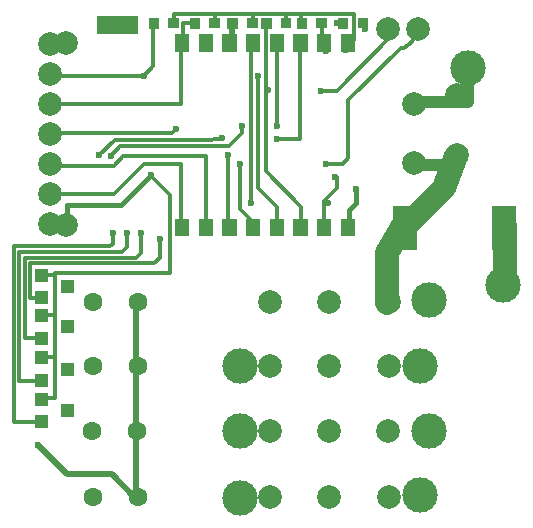
<source format=gbr>
%FSLAX32Y32*%
%MOMM*%
%LNKUPFERSEITE2*%
G71*
G01*
%ADD10C, 2.00*%
%ADD11C, 3.00*%
%ADD12C, 1.00*%
%ADD13C, 0.60*%
%ADD14C, 0.30*%
%ADD15C, 0.50*%
%ADD16C, 2.00*%
%ADD17C, 0.40*%
%ADD18C, 2.00*%
%ADD19C, 1.60*%
%ADD20C, 2.00*%
%LPD*%
X6874Y6085D02*
G54D10*
D03*
X6874Y6585D02*
G54D10*
D03*
X3927Y5564D02*
G54D10*
D03*
X3927Y7104D02*
G54D10*
D03*
X7239Y6666D02*
G54D10*
D03*
X7239Y6158D02*
G54D10*
D03*
G36*
X6253Y5616D02*
X6373Y5616D01*
X6373Y5466D01*
X6253Y5466D01*
X6253Y5616D01*
G37*
G36*
X6053Y5616D02*
X6173Y5616D01*
X6173Y5466D01*
X6053Y5466D01*
X6053Y5616D01*
G37*
G36*
X5853Y5616D02*
X5973Y5616D01*
X5973Y5466D01*
X5853Y5466D01*
X5853Y5616D01*
G37*
G36*
X5653Y5616D02*
X5773Y5616D01*
X5773Y5466D01*
X5653Y5466D01*
X5653Y5616D01*
G37*
G36*
X5453Y5616D02*
X5573Y5616D01*
X5573Y5466D01*
X5453Y5466D01*
X5453Y5616D01*
G37*
G36*
X5253Y5616D02*
X5373Y5616D01*
X5373Y5466D01*
X5253Y5466D01*
X5253Y5616D01*
G37*
G36*
X5053Y5616D02*
X5173Y5616D01*
X5173Y5466D01*
X5053Y5466D01*
X5053Y5616D01*
G37*
G36*
X4853Y5616D02*
X4973Y5616D01*
X4973Y5466D01*
X4853Y5466D01*
X4853Y5616D01*
G37*
G36*
X6253Y7179D02*
X6373Y7179D01*
X6373Y7029D01*
X6253Y7029D01*
X6253Y7179D01*
G37*
G36*
X6053Y7179D02*
X6173Y7179D01*
X6173Y7029D01*
X6053Y7029D01*
X6053Y7179D01*
G37*
G36*
X5853Y7179D02*
X5973Y7179D01*
X5973Y7029D01*
X5853Y7029D01*
X5853Y7179D01*
G37*
G36*
X5653Y7179D02*
X5773Y7179D01*
X5773Y7029D01*
X5653Y7029D01*
X5653Y7179D01*
G37*
G36*
X5453Y7179D02*
X5573Y7179D01*
X5573Y7029D01*
X5453Y7029D01*
X5453Y7179D01*
G37*
G36*
X5253Y7179D02*
X5373Y7179D01*
X5373Y7029D01*
X5253Y7029D01*
X5253Y7179D01*
G37*
G36*
X5053Y7179D02*
X5173Y7179D01*
X5173Y7029D01*
X5053Y7029D01*
X5053Y7179D01*
G37*
G36*
X4853Y7179D02*
X4973Y7179D01*
X4973Y7029D01*
X4853Y7029D01*
X4853Y7179D01*
G37*
X7334Y6888D02*
G54D11*
D03*
G54D12*
X7334Y6873D02*
X7334Y6603D01*
X6842Y6603D01*
X6382Y5865D02*
G54D13*
D03*
G36*
X6487Y7226D02*
X6397Y7226D01*
X6397Y7316D01*
X6487Y7316D01*
X6487Y7226D01*
G37*
G36*
X6320Y7225D02*
X6230Y7225D01*
X6230Y7315D01*
X6320Y7315D01*
X6320Y7225D01*
G37*
G36*
X4884Y7226D02*
X4794Y7226D01*
X4794Y7316D01*
X4884Y7316D01*
X4884Y7226D01*
G37*
G36*
X4717Y7225D02*
X4627Y7225D01*
X4627Y7315D01*
X4717Y7315D01*
X4717Y7225D01*
G37*
G36*
X5836Y7226D02*
X5746Y7226D01*
X5746Y7316D01*
X5836Y7316D01*
X5836Y7226D01*
G37*
G36*
X5669Y7225D02*
X5579Y7225D01*
X5579Y7315D01*
X5669Y7315D01*
X5669Y7225D01*
G37*
G36*
X5550Y7226D02*
X5460Y7226D01*
X5460Y7316D01*
X5550Y7316D01*
X5550Y7226D01*
G37*
G36*
X5383Y7225D02*
X5293Y7225D01*
X5293Y7315D01*
X5383Y7315D01*
X5383Y7225D01*
G37*
G36*
X5233Y7226D02*
X5143Y7226D01*
X5143Y7316D01*
X5233Y7316D01*
X5233Y7226D01*
G37*
G36*
X5066Y7225D02*
X4976Y7225D01*
X4976Y7315D01*
X5066Y7315D01*
X5066Y7225D01*
G37*
G54D14*
X5509Y7270D02*
X5509Y7349D01*
X5794Y7349D01*
X5794Y7285D01*
X5794Y7349D01*
X6080Y7349D01*
X6080Y7349D01*
X6080Y7349D01*
X6366Y7349D01*
X6366Y7127D01*
G54D15*
X5334Y7270D02*
X5334Y7127D01*
G54D14*
X5524Y7349D02*
X5191Y7349D01*
X5191Y7285D01*
G54D14*
X5016Y7270D02*
X4921Y7270D01*
X4921Y7127D01*
G54D14*
X5620Y7270D02*
X5620Y6015D01*
X5921Y5714D01*
X5921Y5571D01*
X5493Y5746D02*
G54D13*
D03*
G54D14*
X5493Y5761D02*
X5493Y7095D01*
X6302Y7047D02*
G54D13*
D03*
X6461Y7222D02*
G54D13*
D03*
X3794Y6840D02*
G54D16*
D03*
X3794Y6586D02*
G54D16*
D03*
X3794Y6332D02*
G54D16*
D03*
X3794Y6078D02*
G54D16*
D03*
X3794Y5824D02*
G54D16*
D03*
X3794Y5570D02*
G54D16*
D03*
G54D14*
X4905Y7095D02*
X4905Y6587D01*
X3842Y6587D01*
G54D14*
X5715Y5555D02*
X5715Y5714D01*
X5556Y5872D01*
X5556Y6825D01*
G54D14*
X4572Y6825D02*
X3810Y6825D01*
X4588Y6825D02*
G54D13*
D03*
X5556Y6825D02*
G54D13*
D03*
G54D14*
X4905Y5555D02*
X4905Y6079D01*
X4588Y6079D01*
X4334Y5825D01*
X3794Y5825D01*
X3778Y5809D01*
G54D14*
X3810Y6063D02*
X4334Y6063D01*
X4413Y6142D01*
X5112Y6142D01*
X5112Y5571D01*
X5128Y5555D01*
G54D14*
X5223Y7349D02*
X4842Y7349D01*
X4842Y7285D01*
G54D14*
X4667Y7270D02*
X4667Y6904D01*
X4588Y6825D01*
X6906Y7222D02*
G54D16*
D03*
X6652Y7222D02*
G54D16*
D03*
X6207Y5968D02*
G54D13*
D03*
G54D14*
X6112Y5523D02*
X6112Y5761D01*
X6223Y5872D01*
X6223Y5968D01*
G54D14*
X5302Y5555D02*
X5302Y6158D01*
G54D14*
X5509Y5571D02*
X5509Y5587D01*
X5398Y5698D01*
X5398Y6079D01*
X5302Y6158D02*
G54D13*
D03*
X5398Y6079D02*
G54D13*
D03*
X6128Y6079D02*
G54D13*
D03*
X6088Y6698D02*
G54D13*
D03*
G54D14*
X6906Y7222D02*
X6858Y7111D01*
X6794Y7063D01*
X6763Y7063D01*
X6318Y6619D01*
X6318Y6126D01*
X6271Y6079D01*
X6128Y6079D01*
G54D14*
X6088Y6698D02*
X6223Y6698D01*
X6683Y7158D01*
G36*
X4540Y7329D02*
X4540Y7179D01*
X4190Y7179D01*
X4190Y7329D01*
X4540Y7329D01*
G37*
X6128Y7031D02*
G54D13*
D03*
X3794Y7095D02*
G54D16*
D03*
X4461Y7206D02*
G54D13*
D03*
X6223Y7270D02*
G54D13*
D03*
G54D17*
X3937Y5587D02*
X3937Y5730D01*
X4397Y5730D01*
X4651Y5984D01*
X4651Y5984D02*
G54D13*
D03*
G36*
X6697Y5725D02*
X6897Y5725D01*
X6897Y5350D01*
X6697Y5350D01*
X6697Y5725D01*
G37*
G36*
X7538Y5724D02*
X7738Y5724D01*
X7738Y5349D01*
X7538Y5349D01*
X7538Y5724D01*
G37*
X7628Y5055D02*
G54D11*
D03*
G54D17*
X6326Y5587D02*
X6326Y5690D01*
X6382Y5746D01*
X6382Y5872D01*
X6144Y5746D02*
G54D13*
D03*
G54D14*
X5913Y7071D02*
X5913Y6293D01*
X5715Y6293D01*
X5715Y6293D02*
G54D13*
D03*
X5247Y6301D02*
G54D13*
D03*
X4207Y6158D02*
G54D13*
D03*
G54D14*
X5247Y6301D02*
X5144Y6285D01*
X4342Y6285D01*
X4207Y6158D01*
G54D14*
X5715Y7071D02*
X5715Y6396D01*
X5715Y6396D02*
G54D13*
D03*
X5421Y6396D02*
G54D13*
D03*
G36*
X6138Y7226D02*
X6048Y7226D01*
X6048Y7316D01*
X6138Y7316D01*
X6138Y7226D01*
G37*
G36*
X5971Y7225D02*
X5881Y7225D01*
X5881Y7315D01*
X5971Y7315D01*
X5971Y7225D01*
G37*
G54D14*
X5921Y7277D02*
X5921Y7349D01*
G54D14*
X6096Y7270D02*
X6096Y7135D01*
X7001Y4928D02*
G54D11*
D03*
G54D12*
X6874Y6071D02*
X7144Y6071D01*
X7231Y6158D01*
G54D14*
X3850Y6341D02*
X4826Y6341D01*
X4858Y6373D01*
X4858Y6373D02*
G54D13*
D03*
G54D14*
X5421Y6396D02*
X5421Y6341D01*
X5310Y6230D01*
X4389Y6230D01*
X4310Y6150D01*
X4310Y6150D02*
G54D13*
D03*
X5636Y6706D02*
G54D13*
D03*
X5659Y4912D02*
G54D18*
D03*
X6159Y4912D02*
G54D18*
D03*
X6659Y4912D02*
G54D18*
D03*
X4159Y4912D02*
G54D19*
D03*
X4534Y4912D02*
G54D19*
D03*
X5659Y4364D02*
G54D18*
D03*
X6159Y4364D02*
G54D18*
D03*
X6659Y4364D02*
G54D18*
D03*
X4159Y4364D02*
G54D19*
D03*
X4534Y4364D02*
G54D19*
D03*
X5652Y3817D02*
G54D18*
D03*
X6152Y3817D02*
G54D18*
D03*
X6652Y3817D02*
G54D18*
D03*
X4151Y3817D02*
G54D19*
D03*
X4526Y3817D02*
G54D19*
D03*
X5659Y3261D02*
G54D18*
D03*
X6159Y3261D02*
G54D18*
D03*
X6659Y3261D02*
G54D18*
D03*
X4159Y3261D02*
G54D19*
D03*
X4534Y3261D02*
G54D19*
D03*
X5398Y3253D02*
G54D11*
D03*
X5398Y3817D02*
G54D11*
D03*
X5398Y4364D02*
G54D11*
D03*
G54D20*
X7231Y6142D02*
X7128Y5872D01*
X6842Y5587D01*
X6802Y5587D01*
X6644Y5325D01*
X6644Y4904D01*
X6929Y4372D02*
G54D11*
D03*
X7001Y3817D02*
G54D11*
D03*
X6929Y3277D02*
G54D11*
D03*
G54D20*
X7644Y5563D02*
X7644Y5031D01*
X7636Y5023D01*
G54D15*
X4524Y3253D02*
X4516Y3253D01*
X4318Y3452D01*
X3937Y3452D01*
X3691Y3698D01*
X3691Y3698D02*
G54D13*
D03*
G54D15*
X4524Y3253D02*
X4524Y4904D01*
G36*
X3773Y4143D02*
X3773Y4033D01*
X3663Y4033D01*
X3663Y4143D01*
X3773Y4143D01*
G37*
G36*
X3773Y3953D02*
X3773Y3843D01*
X3663Y3843D01*
X3663Y3953D01*
X3773Y3953D01*
G37*
G36*
X3995Y4048D02*
X3995Y3938D01*
X3885Y3938D01*
X3885Y4048D01*
X3995Y4048D01*
G37*
X3961Y3991D02*
G54D13*
D03*
G36*
X3773Y4492D02*
X3773Y4382D01*
X3663Y4382D01*
X3663Y4492D01*
X3773Y4492D01*
G37*
G36*
X3773Y4302D02*
X3773Y4192D01*
X3663Y4192D01*
X3663Y4302D01*
X3773Y4302D01*
G37*
G36*
X3995Y4397D02*
X3995Y4287D01*
X3885Y4287D01*
X3885Y4397D01*
X3995Y4397D01*
G37*
G36*
X3773Y4849D02*
X3773Y4739D01*
X3663Y4739D01*
X3663Y4849D01*
X3773Y4849D01*
G37*
G36*
X3773Y4659D02*
X3773Y4549D01*
X3663Y4549D01*
X3663Y4659D01*
X3773Y4659D01*
G37*
G36*
X3995Y4754D02*
X3995Y4644D01*
X3885Y4644D01*
X3885Y4754D01*
X3995Y4754D01*
G37*
G36*
X3773Y5191D02*
X3773Y5081D01*
X3663Y5081D01*
X3663Y5191D01*
X3773Y5191D01*
G37*
G36*
X3773Y5000D02*
X3773Y4890D01*
X3663Y4890D01*
X3663Y5000D01*
X3773Y5000D01*
G37*
G36*
X3995Y5096D02*
X3995Y4986D01*
X3885Y4986D01*
X3885Y5095D01*
X3995Y5096D01*
G37*
X3961Y5039D02*
G54D13*
D03*
X3961Y4698D02*
G54D13*
D03*
X3961Y4341D02*
G54D13*
D03*
G54D14*
X3723Y4094D02*
X3834Y4094D01*
X3834Y5158D01*
X4810Y5158D01*
X4810Y5817D01*
X4643Y5984D01*
G54D14*
X3707Y4801D02*
X3834Y4801D01*
G54D14*
X3731Y5142D02*
X3826Y5142D01*
G54D14*
X3723Y4444D02*
X3834Y4444D01*
G54D14*
X3691Y4944D02*
X3635Y4944D01*
X3627Y4944D01*
X3627Y5238D01*
X4675Y5238D01*
X4723Y5285D01*
X4723Y5444D01*
G54D14*
X3691Y4602D02*
X3580Y4602D01*
X3580Y5285D01*
X4524Y5285D01*
X4564Y5325D01*
X4564Y5484D01*
G54D14*
X3691Y4245D02*
X3532Y4245D01*
X3532Y5333D01*
X4405Y5333D01*
X4445Y5372D01*
X4445Y5492D01*
G54D14*
X3699Y3896D02*
X3492Y3896D01*
X3492Y5380D01*
X4302Y5380D01*
X4326Y5404D01*
X4326Y5492D01*
X4326Y5492D02*
G54D13*
D03*
X4445Y5492D02*
G54D13*
D03*
X4564Y5492D02*
G54D13*
D03*
X4723Y5444D02*
G54D13*
D03*
M02*

</source>
